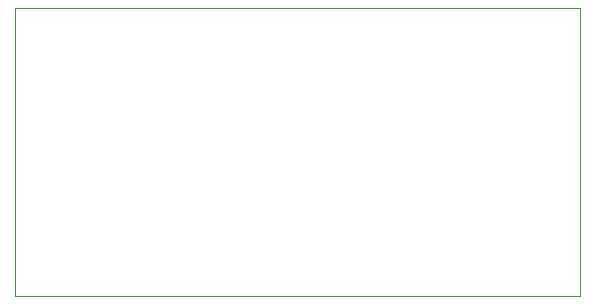
<source format=gbr>
G04 #@! TF.GenerationSoftware,KiCad,Pcbnew,5.99.0-unknown-9a82bc3~100~ubuntu18.04.1*
G04 #@! TF.CreationDate,2019-11-27T20:15:30+01:00*
G04 #@! TF.ProjectId,codebagPCB,636f6465-6261-4675-9043-422e6b696361,rev?*
G04 #@! TF.SameCoordinates,Original*
G04 #@! TF.FileFunction,Profile,NP*
%FSLAX46Y46*%
G04 Gerber Fmt 4.6, Leading zero omitted, Abs format (unit mm)*
G04 Created by KiCad (PCBNEW 5.99.0-unknown-9a82bc3~100~ubuntu18.04.1) date 2019-11-27 20:15:30*
%MOMM*%
%LPD*%
G04 APERTURE LIST*
%ADD10C,0.120000*%
G04 APERTURE END LIST*
D10*
X40640000Y-47244000D02*
X40640000Y-22860000D01*
X88519000Y-47244000D02*
X40640000Y-47244000D01*
X88519000Y-22860000D02*
X88519000Y-47244000D01*
X40640000Y-22860000D02*
X88519000Y-22860000D01*
M02*

</source>
